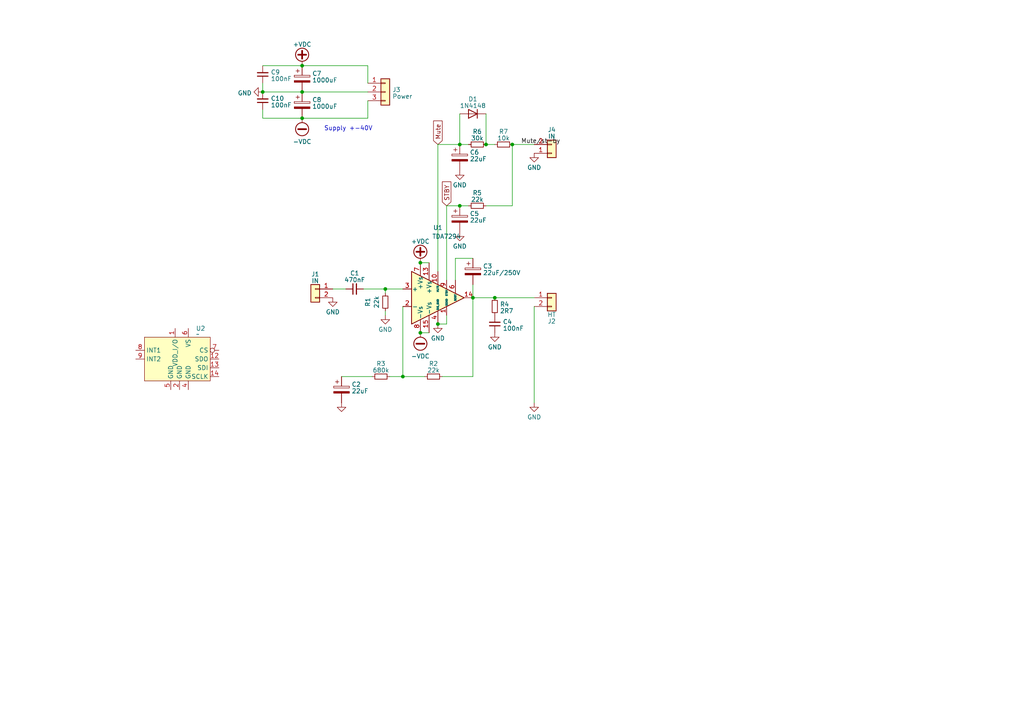
<source format=kicad_sch>
(kicad_sch (version 20231120) (generator "eeschema") (generator_version "8.0")
  (paper "A4")
  (lib_symbols
    (symbol "Amplifier_Audio:TDA7294" (pin_names (offset 0.127))
      (property "Reference" "U" (at 10.16 6.35 0))
      (property "Value" "TDA7294" (at 10.16 3.81 0))
      (symbol "TDA7294_0_1"
        (polyline (pts (xy -7.62 7.62) (xy 7.62 0) (xy -7.62 -7.62) (xy -7.62 7.62)) (stroke (width 0.254)) (fill (type background)))
      )
      (symbol "TDA7294_1_1"
        (pin power_in line (at 2.54 -5.08 90) (length 2.54) (name "SGND") (number "1"))
        (pin input line (at 0 7.62 270) (length 3.81) (name "MUTE") (number "10"))
        (pin no_connect line (at 0 2.54 270) (length 2.54) hide (name "NC") (number "11"))
        (pin no_connect line (at 2.54 2.54 270) (length 2.54) hide (name "NC") (number "12"))
        (pin power_in line (at -2.54 10.16 270) (length 5.08) (name "+Vs") (number "13"))
        (pin output line (at 10.16 0 180) (length 2.54) (name "~") (number "14"))
        (pin power_in line (at -2.54 -10.16 90) (length 5.08) (name "-Vs") (number "15"))
        (pin input line (at -10.16 -2.54 0) (length 2.54) (name "-") (number "2"))
        (pin input line (at -10.16 2.54 0) (length 2.54) (name "+") (number "3"))
        (pin power_in line (at 0 -7.62 90) (length 3.81) (name "SIG_GND") (number "4"))
        (pin no_connect line (at -2.54 2.54 270) (length 2.54) hide (name "NC") (number "5"))
        (pin passive line (at 5.08 5.08 270) (length 3.81) (name "BOOT") (number "6"))
        (pin power_in line (at -5.08 10.16 270) (length 3.81) (name "+Vs") (number "7"))
        (pin power_in line (at -5.08 -10.16 90) (length 3.81) (name "-Vs") (number "8"))
        (pin input line (at 2.54 5.08 270) (length 2.54) (name "STBY") (number "9"))
      )
    )
    (symbol "Connector_Generic:Conn_01x02" (pin_names (offset 1.016) hide)
      (property "Reference" "J" (at 0 2.54 0))
      (property "Value" "Conn_01x02" (at 0 -5.08 0))
      (symbol "Conn_01x02_1_1"
        (rectangle (start -1.27 -2.413) (end 0 -2.667) (stroke (width 0.1524)))
        (rectangle (start -1.27 0.127) (end 0 -0.127) (stroke (width 0.1524)))
        (rectangle (start -1.27 1.27) (end 1.27 -3.81) (stroke (width 0.254)) (fill (type background)))
        (pin passive line (at -5.08 0 0) (length 3.81) (name "Pin_1") (number "1"))
        (pin passive line (at -5.08 -2.54 0) (length 3.81) (name "Pin_2") (number "2"))
      )
    )
    (symbol "Connector_Generic:Conn_01x03" (pin_names (offset 1.016) hide)
      (property "Reference" "J" (at 0 5.08 0))
      (property "Value" "Conn_01x03" (at 0 -5.08 0))
      (symbol "Conn_01x03_1_1"
        (rectangle (start -1.27 -2.413) (end 0 -2.667) (stroke (width 0.1524)))
        (rectangle (start -1.27 0.127) (end 0 -0.127) (stroke (width 0.1524)))
        (rectangle (start -1.27 2.667) (end 0 2.413) (stroke (width 0.1524)))
        (rectangle (start -1.27 3.81) (end 1.27 -3.81) (stroke (width 0.254)) (fill (type background)))
        (pin passive line (at -5.08 2.54 0) (length 3.81) (name "Pin_1") (number "1"))
        (pin passive line (at -5.08 0 0) (length 3.81) (name "Pin_2") (number "2"))
        (pin passive line (at -5.08 -2.54 0) (length 3.81) (name "Pin_3") (number "3"))
      )
    )
    (symbol "Device:C_Polarized" (pin_numbers hide) (pin_names (offset 0.254))
      (property "Reference" "C" (at 0.635 2.54 0))
      (property "Value" "C_Polarized" (at 0.635 -2.54 0))
      (symbol "C_Polarized_0_1"
        (rectangle (start -2.286 0.508) (end 2.286 1.016))
        (polyline (pts (xy -1.778 2.286) (xy -0.762 2.286)))
        (polyline (pts (xy -1.27 2.794) (xy -1.27 1.778)))
        (rectangle (start 2.286 -0.508) (end -2.286 -1.016) (fill (type outline)))
      )
      (symbol "C_Polarized_1_1"
        (pin passive line (at 0 3.81 270) (length 2.794) (name "~") (number "1"))
        (pin passive line (at 0 -3.81 90) (length 2.794) (name "~") (number "2"))
      )
    )
    (symbol "Device:C_Small" (pin_numbers hide) (pin_names (offset 0.254) hide)
      (property "Reference" "C" (at 0.254 1.778 0))
      (property "Value" "C_Small" (at 0.254 -2.032 0))
      (symbol "C_Small_0_1"
        (polyline (pts (xy -1.524 -0.508) (xy 1.524 -0.508)) (stroke (width 0.3302)))
        (polyline (pts (xy -1.524 0.508) (xy 1.524 0.508)) (stroke (width 0.3048)))
      )
      (symbol "C_Small_1_1"
        (pin passive line (at 0 2.54 270) (length 2.032) (name "~") (number "1"))
        (pin passive line (at 0 -2.54 90) (length 2.032) (name "~") (number "2"))
      )
    )
    (symbol "Device:R_Small" (pin_numbers hide) (pin_names (offset 0.254) hide)
      (property "Reference" "R" (at 0.762 0.508 0))
      (property "Value" "R_Small" (at 0.762 -1.016 0))
      (symbol "R_Small_0_1"
        (rectangle (start -0.762 1.778) (end 0.762 -1.778) (stroke (width 0.2032)))
      )
      (symbol "R_Small_1_1"
        (pin passive line (at 0 2.54 270) (length 0.762) (name "~") (number "1"))
        (pin passive line (at 0 -2.54 90) (length 0.762) (name "~") (number "2"))
      )
    )
    (symbol "Diode:1N4148" (pin_numbers hide) (pin_names hide)
      (property "Reference" "D" (at 0 2.54 0))
      (property "Value" "1N4148" (at 0 -2.54 0))
      (symbol "1N4148_0_1"
        (polyline (pts (xy -1.27 1.27) (xy -1.27 -1.27)) (stroke (width 0.254)))
        (polyline (pts (xy 1.27 0) (xy -1.27 0)))
        (polyline (pts (xy 1.27 1.27) (xy 1.27 -1.27) (xy -1.27 0) (xy 1.27 1.27)) (stroke (width 0.254)))
      )
      (symbol "1N4148_1_1"
        (pin passive line (at -3.81 0 0) (length 2.54) (name "K") (number "1"))
        (pin passive line (at 3.81 0 180) (length 2.54) (name "A") (number "2"))
      )
    )
    (symbol "IDA_seminar:ADXL345"
      (property "Reference" "U" (at 0 0 0))
      (symbol "ADXL345_1_1"
        (rectangle (start 7.62 -12.7) (end 26.67 -25.4) (fill (type background)))
        (pin power_in line (at 16.51 -10.16 270) (length 2.54) (name "VDD_I/O") (number "1"))
        (pin unspecified line (at 5.08 -21.59 0) (length 2.54) hide (name "NC") (number "10"))
        (pin output line (at 29.21 -19.05 180) (length 2.54) (name "SDO") (number "12"))
        (pin input line (at 29.21 -21.59 180) (length 2.54) (name "SDA") (number "13") (alternate "SDI" input line))
        (pin input line (at 29.21 -24.13 180) (length 2.54) (name "SCL") (number "14") (alternate "SCLK" input line))
        (pin power_in line (at 17.78 -27.94 90) (length 2.54) (name "GND") (number "2"))
        (pin unspecified line (at 39.37 -27.94 90) (length 2.54) hide (name "RESERVED") (number "3"))
        (pin power_in line (at 20.32 -27.94 90) (length 2.54) (name "GND") (number "4"))
        (pin power_in line (at 15.24 -27.94 90) (length 2.54) (name "GND") (number "5"))
        (pin power_in line (at 20.32 -10.16 270) (length 2.54) (name "VS") (number "6"))
        (pin input inverted (at 29.21 -16.51 180) (length 2.54) (name "CS") (number "7"))
        (pin output line (at 5.08 -16.51 0) (length 2.54) (name "INT1") (number "8"))
        (pin output line (at 5.08 -19.05 0) (length 2.54) (name "INT2") (number "9"))
      )
    )
    (symbol "power:+VDC" (power) (pin_names (offset 0))
      (property "Value" "+VDC" (at 0 6.35 0))
      (symbol "+VDC_0_1"
        (polyline (pts (xy -1.143 3.175) (xy 1.143 3.175)) (stroke (width 0.508)))
        (polyline (pts (xy 0 0) (xy 0 1.27)))
        (polyline (pts (xy 0 2.032) (xy 0 4.318)) (stroke (width 0.508)))
        (circle (center 0 3.175) (radius 1.905) (stroke (width 0.254)))
      )
      (symbol "+VDC_1_1"
        (pin power_in line (at 0 0 90) (length 0) hide (name "+VDC") (number "1"))
      )
    )
    (symbol "power:-VDC" (power) (pin_names (offset 0))
      (property "Value" "-VDC" (at 0 6.35 0))
      (symbol "-VDC_0_1"
        (polyline (pts (xy -1.143 3.175) (xy 1.143 3.175)) (stroke (width 0.508)))
        (polyline (pts (xy 0 0) (xy 0 1.27)))
        (circle (center 0 3.175) (radius 1.905) (stroke (width 0.254)))
      )
      (symbol "-VDC_1_1"
        (pin power_in line (at 0 0 90) (length 0) hide (name "-VDC") (number "1"))
      )
    )
    (symbol "power:GND" (power) (pin_names (offset 0))
      (property "Value" "GND" (at 0 -3.81 0))
      (symbol "GND_0_1"
        (polyline (pts (xy 0 0) (xy 0 -1.27) (xy 1.27 -1.27) (xy 0 -2.54) (xy -1.27 -1.27) (xy 0 -1.27)))
      )
      (symbol "GND_1_1"
        (pin power_in line (at 0 0 270) (length 0) hide (name "GND") (number "1"))
      )
    )
  )
  (junction (at 127 93.98))
  (junction (at 111.76 83.82))
  (junction (at 140.97 41.91))
  (junction (at 87.63 19.05))
  (junction (at 133.35 59.69))
  (junction (at 87.63 34.29))
  (junction (at 87.63 26.67))
  (junction (at 121.92 96.52))
  (junction (at 143.51 86.36))
  (junction (at 121.92 76.2))
  (junction (at 76.2 26.67))
  (junction (at 133.35 41.91))
  (junction (at 148.59 41.91))
  (junction (at 137.16 86.36))
  (junction (at 116.84 109.22))
  (wire (pts (xy 87.63 26.67) (xy 106.68 26.67)))
  (wire (pts (xy 129.54 93.98) (xy 129.54 91.44)))
  (wire (pts (xy 140.97 41.91) (xy 143.51 41.91)))
  (wire (pts (xy 106.68 19.05) (xy 106.68 24.13)))
  (wire (pts (xy 116.84 109.22) (xy 123.19 109.22)))
  (wire (pts (xy 129.54 59.69) (xy 133.35 59.69)))
  (wire (pts (xy 140.97 33.02) (xy 140.97 41.91)))
  (wire (pts (xy 135.89 59.69) (xy 133.35 59.69)))
  (wire (pts (xy 111.76 83.82) (xy 116.84 83.82)))
  (wire (pts (xy 76.2 19.05) (xy 87.63 19.05)))
  (wire (pts (xy 87.63 34.29) (xy 106.68 34.29)))
  (wire (pts (xy 127 41.91) (xy 133.35 41.91)))
  (wire (pts (xy 129.54 59.69) (xy 129.54 81.28)))
  (wire (pts (xy 116.84 88.9) (xy 116.84 109.22)))
  (wire (pts (xy 135.89 41.91) (xy 133.35 41.91)))
  (wire (pts (xy 76.2 26.67) (xy 87.63 26.67)))
  (wire (pts (xy 106.68 34.29) (xy 106.68 29.21)))
  (wire (pts (xy 111.76 90.17) (xy 111.76 91.44)))
  (wire (pts (xy 76.2 31.75) (xy 76.2 34.29)))
  (wire (pts (xy 87.63 19.05) (xy 106.68 19.05)))
  (wire (pts (xy 113.03 109.22) (xy 116.84 109.22)))
  (wire (pts (xy 76.2 34.29) (xy 87.63 34.29)))
  (wire (pts (xy 137.16 86.36) (xy 143.51 86.36)))
  (wire (pts (xy 137.16 82.55) (xy 137.16 86.36)))
  (wire (pts (xy 148.59 41.91) (xy 154.94 41.91)))
  (wire (pts (xy 137.16 86.36) (xy 137.16 109.22)))
  (wire (pts (xy 143.51 86.36) (xy 154.94 86.36)))
  (wire (pts (xy 140.97 59.69) (xy 148.59 59.69)))
  (wire (pts (xy 127 93.98) (xy 129.54 93.98)))
  (wire (pts (xy 148.59 59.69) (xy 148.59 41.91)))
  (wire (pts (xy 111.76 85.09) (xy 111.76 83.82)))
  (wire (pts (xy 154.94 116.84) (xy 154.94 88.9)))
  (wire (pts (xy 105.41 83.82) (xy 111.76 83.82)))
  (wire (pts (xy 121.92 76.2) (xy 124.46 76.2)))
  (wire (pts (xy 132.08 81.28) (xy 132.08 74.93)))
  (wire (pts (xy 96.52 83.82) (xy 100.33 83.82)))
  (wire (pts (xy 132.08 74.93) (xy 137.16 74.93)))
  (wire (pts (xy 99.06 109.22) (xy 107.95 109.22)))
  (wire (pts (xy 137.16 109.22) (xy 128.27 109.22)))
  (wire (pts (xy 127 78.74) (xy 127 41.91)))
  (wire (pts (xy 76.2 24.13) (xy 76.2 26.67)))
  (wire (pts (xy 121.92 96.52) (xy 124.46 96.52)))
  (wire (pts (xy 133.35 33.02) (xy 133.35 41.91)))
  (text "Supply +-40V" (at 93.98 38.1 0) (effects (font (size 1.27 1.27)) (justify left bottom)))
  (label "Mute{slash}st-by" (at 151.13 41.91 0))
  (global_label "STBY" (shape input) (at 129.54 59.69 90) (property "Intersheetrefs" "${INTERSHEET_REFS}" (effects (hide yes))))
  (global_label "Mute" (shape input) (at 127 41.91 90) (property "Intersheetrefs" "${INTERSHEET_REFS}" (effects (hide yes))))
  (symbol (lib_id "Device:C_Polarized") (at 133.35 63.5 0) (unit 1)
    (property "Reference" "C5" (at 136.271 61.9673 0) (effects (justify left)))
    (property "Value" "22uF" (at 136.271 63.8883 0) (effects (justify left)))
    (property "Footprint" "Capacitor_THT:CP_Radial_Tantal_D4.5mm_P5.00mm" (effects (hide yes)))
  )
  (symbol (lib_id "power:GND") (at 143.51 96.52 0) (unit 1)
    (property "Reference" "#PWR04" (effects (hide yes)))
    (property "Value" "GND" (at 143.51 100.6555 0))
  )
  (symbol (lib_id "power:+VDC") (at 87.63 19.05 0) (unit 1)
    (property "Reference" "#PWR011" (effects (hide yes)))
    (property "Value" "+VDC" (at 87.63 12.8811 0))
  )
  (symbol (lib_id "power:GND") (at 111.76 91.44 0) (unit 1)
    (property "Reference" "#PWR01" (effects (hide yes)))
    (property "Value" "GND" (at 111.76 95.5755 0))
  )
  (symbol (lib_id "Device:R_Small") (at 125.73 109.22 90) (unit 1)
    (property "Reference" "R2" (at 125.73 105.4735 90))
    (property "Value" "22k" (at 125.73 107.3945 90))
    (property "Footprint" "Resistor_THT:R_Axial_DIN0204_L3.6mm_D1.6mm_P5.08mm_Horizontal" (effects (hide yes)))
  )
  (symbol (lib_id "power:GND") (at 154.94 44.45 0) (unit 1)
    (property "Reference" "#PWR013" (effects (hide yes)))
    (property "Value" "GND" (at 154.94 48.5855 0))
  )
  (symbol (lib_id "power:GND") (at 99.06 116.84 0) (unit 1)
    (property "Reference" "#PWR02" (effects (hide yes)))
    (property "Value" "GND" (effects (hide yes)))
  )
  (symbol (lib_id "power:-VDC") (at 121.92 96.52 180) (unit 1)
    (property "Reference" "#PWR06" (effects (hide yes)))
    (property "Value" "-VDC" (at 121.92 103.3225 0))
  )
  (symbol (lib_id "power:GND") (at 133.35 49.53 0) (unit 1)
    (property "Reference" "#PWR08" (effects (hide yes)))
    (property "Value" "GND" (at 133.35 53.6655 0))
  )
  (symbol (lib_id "Device:R_Small") (at 143.51 88.9 0) (unit 1)
    (property "Reference" "R4" (at 145.0086 88.2563 0) (effects (justify left)))
    (property "Value" "2R7" (at 145.0086 90.1773 0) (effects (justify left)))
    (property "Footprint" "Resistor_THT:R_Axial_DIN0207_L6.3mm_D2.5mm_P10.16mm_Horizontal" (effects (hide yes)))
  )
  (symbol (lib_id "power:GND") (at 154.94 116.84 0) (unit 1)
    (property "Reference" "#PWR014" (effects (hide yes)))
    (property "Value" "GND" (at 154.94 120.9755 0))
  )
  (symbol (lib_id "Device:R_Small") (at 111.76 87.63 180) (unit 1)
    (property "Reference" "R1" (at 106.68 87.63 90))
    (property "Value" "22k" (at 109.22 87.63 90))
    (property "Footprint" "Resistor_THT:R_Axial_DIN0204_L3.6mm_D1.6mm_P5.08mm_Horizontal" (effects (hide yes)))
  )
  (symbol (lib_id "Device:C_Polarized") (at 87.63 30.48 0) (unit 1)
    (property "Reference" "C8" (at 90.551 28.9473 0) (effects (justify left)))
    (property "Value" "1000uF" (at 90.551 30.8683 0) (effects (justify left)))
    (property "Footprint" "Capacitor_THT:CP_Radial_D12.5mm_P5.00mm" (effects (hide yes)))
  )
  (symbol (lib_id "IDA_seminar:ADXL345") (at 34.29 85.09 0) (unit 1)
    (property "Reference" "U2" (at 56.8041 95.2585 0) (effects (justify left)))
    (property "Value" "~" (at 56.8041 96.9399 0) (effects (justify left)))
    (property "Footprint" "Package_LGA:LGA-14_3x5mm_P0.8mm_LayoutBorder1x6y" (effects (hide yes)))
    (property "Datasheet" "https://www.analog.com/media/en/technical-documentation/data-sheets/adxl345.pdf" (effects (hide yes)))
    (property "Description" "3-Axis, ±2 g/±4 g/±8 g/±16 g Digital Accelerometer" (effects (hide yes)))
    (pin "13" (alternate "SDI"))
    (pin "14" (alternate "SCLK"))
  )
  (symbol (lib_id "Diode:1N4148") (at 137.16 33.02 180) (unit 1)
    (property "Reference" "D1" (at 137.16 28.7401 0))
    (property "Value" "1N4148" (at 137.16 30.6611 0))
    (property "Footprint" "Diode_THT:D_DO-35_SOD27_P7.62mm_Horizontal" (effects (hide yes)))
    (property "Datasheet" "https://assets.nexperia.com/documents/data-sheet/1N4148_1N4448.pdf" (effects (hide yes)))
    (property "Sim.Device" "D" (effects (hide yes)))
    (property "Sim.Pins" "1=K 2=A" (effects (hide yes)))
  )
  (symbol (lib_id "Device:C_Small") (at 102.87 83.82 90) (unit 1)
    (property "Reference" "C1" (at 102.8763 79.248 90))
    (property "Value" "470nF" (at 102.8763 81.169 90))
    (property "Footprint" "Capacitor_THT:C_Disc_D5.0mm_W2.5mm_P5.00mm" (effects (hide yes)))
  )
  (symbol (lib_id "power:GND") (at 76.2 26.67 270) (unit 1)
    (property "Reference" "#PWR012" (effects (hide yes)))
    (property "Value" "GND" (at 73.0251 26.9868 90) (effects (justify right)))
  )
  (symbol (lib_id "power:+VDC") (at 121.92 76.2 0) (unit 1)
    (property "Reference" "#PWR05" (effects (hide yes)))
    (property "Value" "+VDC" (at 121.92 70.0311 0))
  )
  (symbol (lib_id "Device:C_Polarized") (at 133.35 45.72 0) (unit 1)
    (property "Reference" "C6" (at 136.271 44.1873 0) (effects (justify left)))
    (property "Value" "22uF" (at 136.271 46.1083 0) (effects (justify left)))
    (property "Footprint" "Capacitor_THT:CP_Radial_Tantal_D4.5mm_P5.00mm" (effects (hide yes)))
  )
  (symbol (lib_id "Connector_Generic:Conn_01x02") (at 91.44 83.82 0) (mirror y) (unit 1)
    (property "Reference" "J1" (at 91.44 79.5401 0))
    (property "Value" "IN" (at 91.44 81.4611 0))
    (property "Footprint" "Connector_Molex:Molex_Nano-Fit_105313-xx02_1x02_P2.50mm_Horizontal" (effects (hide yes)))
  )
  (symbol (lib_id "power:GND") (at 96.52 86.36 0) (unit 1)
    (property "Reference" "#PWR09" (effects (hide yes)))
    (property "Value" "GND" (at 96.52 90.4955 0))
  )
  (symbol (lib_id "Device:C_Small") (at 76.2 29.21 180) (unit 1)
    (property "Reference" "C10" (at 78.5241 28.5599 0) (effects (justify right)))
    (property "Value" "100nF" (at 78.5241 30.4809 0) (effects (justify right)))
    (property "Footprint" "Capacitor_THT:C_Disc_D4.3mm_W1.9mm_P5.00mm" (effects (hide yes)))
  )
  (symbol (lib_id "power:GND") (at 127 93.98 0) (unit 1)
    (property "Reference" "#PWR03" (effects (hide yes)))
    (property "Value" "GND" (at 127 98.1155 0))
  )
  (symbol (lib_id "Device:C_Small") (at 76.2 21.59 180) (unit 1)
    (property "Reference" "C9" (at 78.5241 20.9399 0) (effects (justify right)))
    (property "Value" "100nF" (at 78.5241 22.8609 0) (effects (justify right)))
    (property "Footprint" "Capacitor_THT:C_Disc_D4.3mm_W1.9mm_P5.00mm" (effects (hide yes)))
  )
  (symbol (lib_id "Device:C_Polarized") (at 99.06 113.03 0) (unit 1)
    (property "Reference" "C2" (at 101.981 111.4973 0) (effects (justify left)))
    (property "Value" "22uF" (at 101.981 113.4183 0) (effects (justify left)))
    (property "Footprint" "Capacitor_THT:CP_Radial_D8.0mm_P5.00mm" (effects (hide yes)))
  )
  (symbol (lib_id "Device:C_Polarized") (at 137.16 78.74 0) (unit 1)
    (property "Reference" "C3" (at 140.081 77.2073 0) (effects (justify left)))
    (property "Value" "22uF/250V" (at 140.081 79.1283 0) (effects (justify left)))
    (property "Footprint" "Capacitor_THT:CP_Radial_D8.0mm_P5.00mm" (effects (hide yes)))
  )
  (symbol (lib_id "Device:C_Polarized") (at 87.63 22.86 0) (unit 1)
    (property "Reference" "C7" (at 90.551 21.3273 0) (effects (justify left)))
    (property "Value" "1000uF" (at 90.551 23.2483 0) (effects (justify left)))
    (property "Footprint" "Capacitor_THT:CP_Radial_D12.5mm_P5.00mm" (effects (hide yes)))
  )
  (symbol (lib_id "power:GND") (at 133.35 67.31 0) (unit 1)
    (property "Reference" "#PWR07" (effects (hide yes)))
    (property "Value" "GND" (at 133.35 71.4455 0))
  )
  (symbol (lib_id "Device:R_Small") (at 146.05 41.91 90) (unit 1)
    (property "Reference" "R7" (at 146.05 38.1635 90))
    (property "Value" "10k" (at 146.05 40.0845 90))
    (property "Footprint" "Resistor_THT:R_Axial_DIN0204_L3.6mm_D1.6mm_P5.08mm_Horizontal" (effects (hide yes)))
  )
  (symbol (lib_id "Device:R_Small") (at 110.49 109.22 90) (unit 1)
    (property "Reference" "R3" (at 110.49 105.4735 90))
    (property "Value" "680k" (at 110.49 107.3945 90))
    (property "Footprint" "Resistor_THT:R_Axial_DIN0204_L3.6mm_D1.6mm_P5.08mm_Horizontal" (effects (hide yes)))
  )
  (symbol (lib_id "Device:C_Small") (at 143.51 93.98 180) (unit 1)
    (property "Reference" "C4" (at 145.8341 93.3299 0) (effects (justify right)))
    (property "Value" "100nF" (at 145.8341 95.2509 0) (effects (justify right)))
    (property "Footprint" "Capacitor_THT:C_Disc_D4.3mm_W1.9mm_P5.00mm" (effects (hide yes)))
  )
  (symbol (lib_id "Device:R_Small") (at 138.43 41.91 90) (unit 1)
    (property "Reference" "R6" (at 138.43 38.1635 90))
    (property "Value" "30k" (at 138.43 40.0845 90))
    (property "Footprint" "Resistor_THT:R_Axial_DIN0204_L3.6mm_D1.6mm_P5.08mm_Horizontal" (effects (hide yes)))
  )
  (symbol (lib_id "Connector_Generic:Conn_01x02") (at 160.02 86.36 0) (unit 1)
    (property "Reference" "J2" (at 160.02 93.1799 0))
    (property "Value" "HT" (at 160.02 91.2589 0))
    (property "Footprint" "Connector_Phoenix_MSTB:PhoenixContact_MSTBVA_2,5_2-G_1x02_P5.00mm_Vertical" (effects (hide yes)))
  )
  (symbol (lib_id "Device:R_Small") (at 138.43 59.69 90) (unit 1)
    (property "Reference" "R5" (at 138.43 55.9435 90))
    (property "Value" "22k" (at 138.43 57.8645 90))
    (property "Footprint" "Resistor_THT:R_Axial_DIN0204_L3.6mm_D1.6mm_P5.08mm_Horizontal" (effects (hide yes)))
  )
  (symbol (lib_id "Amplifier_Audio:TDA7294") (at 127 86.36 0) (unit 1)
    (property "Reference" "U1" (at 127 66.04 0))
    (property "Value" "TDA7294" (at 129.54 68.58 0))
    (property "Footprint" "Package_TO_SOT_THT:TO-220-15_P2.54x2.54mm_StaggerOdd_Lead4.58mm_Vertical" (effects (hide yes)))
    (property "Datasheet" "http://www.st.com/resource/en/datasheet/tda7294.pdf" (effects (hide yes)))
  )
  (symbol (lib_id "power:-VDC") (at 87.63 34.29 180) (unit 1)
    (property "Reference" "#PWR010" (effects (hide yes)))
    (property "Value" "-VDC" (at 87.63 41.0925 0))
  )
  (symbol (lib_id "Connector_Generic:Conn_01x03") (at 111.76 26.67 0) (unit 1)
    (property "Reference" "J3" (at 113.792 26.0263 0) (effects (justify left)))
    (property "Value" "Power" (at 113.792 27.9473 0) (effects (justify left)))
    (property "Footprint" "Connector_Phoenix_MSTB:PhoenixContact_MSTBVA_2,5_3-G_1x03_P5.00mm_Vertical" (effects (hide yes)))
  )
  (symbol (lib_id "Connector_Generic:Conn_01x02") (at 160.02 44.45 0) (mirror x) (unit 1)
    (property "Reference" "J4" (at 160.02 37.6301 0))
    (property "Value" "IN" (at 160.02 39.5511 0))
    (property "Footprint" "Connector_Molex:Molex_Nano-Fit_105313-xx02_1x02_P2.50mm_Horizontal" (effects (hide yes)))
  )
)
</source>
